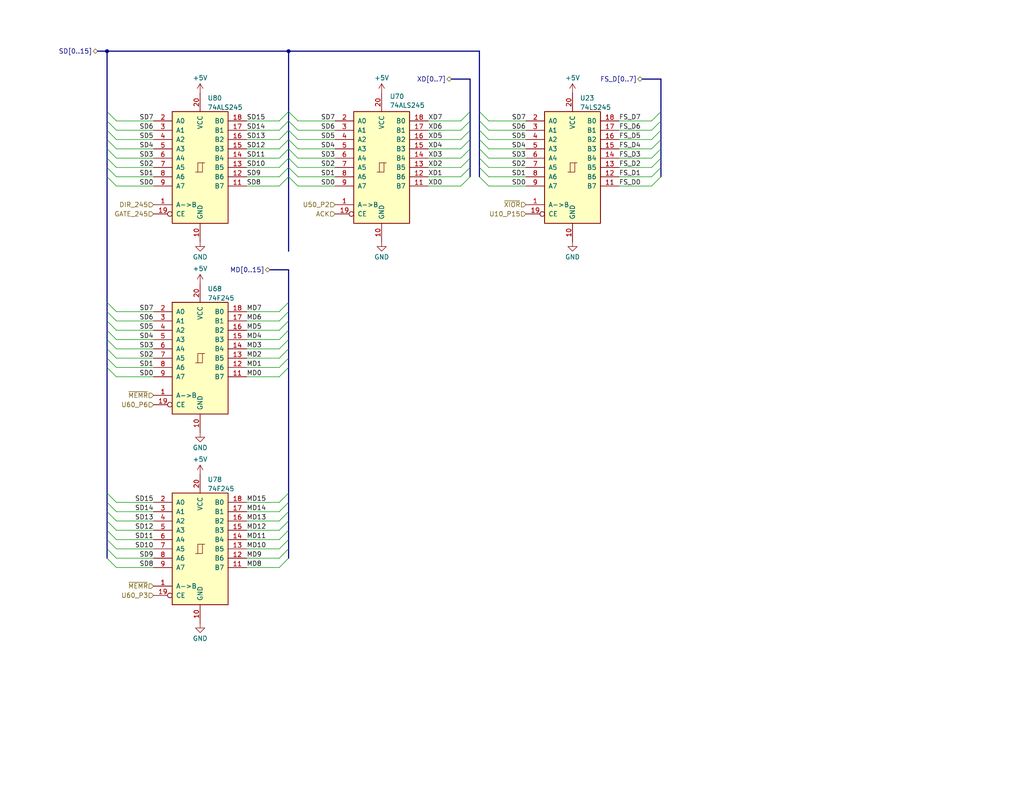
<source format=kicad_sch>
(kicad_sch (version 20230121) (generator eeschema)
  (paper "USLetter")
  (lib_symbols
    (symbol "74xx:74LS245" (pin_names (offset 1.016))
      (property "Reference" "U" (at -7.62 16.51 0))
      (property "Value" "74LS245" (at -7.62 -16.51 0))
      (symbol "74LS245_1_0"
        (polyline (pts (xy -0.635 -1.27) (xy -0.635 1.27) (xy 0.635 1.27)))
        (polyline (pts (xy -1.27 -1.27) (xy 0.635 -1.27) (xy 0.635 1.27) (xy 1.27 1.27)))
        (pin input line (at -12.7 -10.16 0) (length 5.08) (name "A->B") (number "1"))
        (pin power_in line (at 0 -20.32 90) (length 5.08) (name "GND") (number "10"))
        (pin tri_state line (at 12.7 -5.08 180) (length 5.08) (name "B7") (number "11"))
        (pin tri_state line (at 12.7 -2.54 180) (length 5.08) (name "B6") (number "12"))
        (pin tri_state line (at 12.7 0 180) (length 5.08) (name "B5") (number "13"))
        (pin tri_state line (at 12.7 2.54 180) (length 5.08) (name "B4") (number "14"))
        (pin tri_state line (at 12.7 5.08 180) (length 5.08) (name "B3") (number "15"))
        (pin tri_state line (at 12.7 7.62 180) (length 5.08) (name "B2") (number "16"))
        (pin tri_state line (at 12.7 10.16 180) (length 5.08) (name "B1") (number "17"))
        (pin tri_state line (at 12.7 12.7 180) (length 5.08) (name "B0") (number "18"))
        (pin input inverted (at -12.7 -12.7 0) (length 5.08) (name "CE") (number "19"))
        (pin tri_state line (at -12.7 12.7 0) (length 5.08) (name "A0") (number "2"))
        (pin power_in line (at 0 20.32 270) (length 5.08) (name "VCC") (number "20"))
        (pin tri_state line (at -12.7 10.16 0) (length 5.08) (name "A1") (number "3"))
        (pin tri_state line (at -12.7 7.62 0) (length 5.08) (name "A2") (number "4"))
        (pin tri_state line (at -12.7 5.08 0) (length 5.08) (name "A3") (number "5"))
        (pin tri_state line (at -12.7 2.54 0) (length 5.08) (name "A4") (number "6"))
        (pin tri_state line (at -12.7 0 0) (length 5.08) (name "A5") (number "7"))
        (pin tri_state line (at -12.7 -2.54 0) (length 5.08) (name "A6") (number "8"))
        (pin tri_state line (at -12.7 -5.08 0) (length 5.08) (name "A7") (number "9"))
      )
      (symbol "74LS245_1_1"
        (rectangle (start -7.62 15.24) (end 7.62 -15.24) (stroke (width 0.254)) (fill (type background)))
      )
    )
    (symbol "power:+5V" (power) (pin_names (offset 0))
      (property "Value" "+5V" (at 0 3.556 0))
      (symbol "+5V_0_1"
        (polyline (pts (xy -0.762 1.27) (xy 0 2.54)))
        (polyline (pts (xy 0 0) (xy 0 2.54)))
        (polyline (pts (xy 0 2.54) (xy 0.762 1.27)))
      )
      (symbol "+5V_1_1"
        (pin power_in line (at 0 0 90) (length 0) hide (name "+5V") (number "1"))
      )
    )
    (symbol "power:GND" (power) (pin_names (offset 0))
      (property "Value" "GND" (at 0 -3.81 0))
      (symbol "GND_0_1"
        (polyline (pts (xy 0 0) (xy 0 -1.27) (xy 1.27 -1.27) (xy 0 -2.54) (xy -1.27 -1.27) (xy 0 -1.27)))
      )
      (symbol "GND_1_1"
        (pin power_in line (at 0 0 270) (length 0) hide (name "GND") (number "1"))
      )
    )
  )
  (junction (at 29.21 13.97))
  (junction (at 78.74 13.97))
  (bus_entry (at 29.21 38.1) (size 2.54 2.54))
  (bus_entry (at 128.27 45.72) (size -2.54 2.54))
  (bus_entry (at 78.74 33.02) (size 2.54 2.54))
  (bus_entry (at 29.21 147.32) (size 2.54 2.54))
  (bus_entry (at 128.27 30.48) (size -2.54 2.54))
  (bus_entry (at 78.74 139.7) (size -2.54 2.54))
  (bus_entry (at 128.27 48.26) (size -2.54 2.54))
  (bus_entry (at 29.21 30.48) (size 2.54 2.54))
  (bus_entry (at 78.74 38.1) (size 2.54 2.54))
  (bus_entry (at 180.34 40.64) (size -2.54 2.54))
  (bus_entry (at 78.74 45.72) (size 2.54 2.54))
  (bus_entry (at 78.74 147.32) (size -2.54 2.54))
  (bus_entry (at 29.21 82.55) (size 2.54 2.54))
  (bus_entry (at 29.21 87.63) (size 2.54 2.54))
  (bus_entry (at 29.21 152.4) (size 2.54 2.54))
  (bus_entry (at 78.74 35.56) (size 2.54 2.54))
  (bus_entry (at 29.21 45.72) (size 2.54 2.54))
  (bus_entry (at 29.21 48.26) (size 2.54 2.54))
  (bus_entry (at 78.74 152.4) (size -2.54 2.54))
  (bus_entry (at 130.81 35.56) (size 2.54 2.54))
  (bus_entry (at 130.81 48.26) (size 2.54 2.54))
  (bus_entry (at 78.74 134.62) (size -2.54 2.54))
  (bus_entry (at 78.74 40.64) (size -2.54 2.54))
  (bus_entry (at 128.27 33.02) (size -2.54 2.54))
  (bus_entry (at 29.21 137.16) (size 2.54 2.54))
  (bus_entry (at 78.74 48.26) (size -2.54 2.54))
  (bus_entry (at 78.74 35.56) (size -2.54 2.54))
  (bus_entry (at 78.74 43.18) (size -2.54 2.54))
  (bus_entry (at 180.34 45.72) (size -2.54 2.54))
  (bus_entry (at 180.34 33.02) (size -2.54 2.54))
  (bus_entry (at 29.21 95.25) (size 2.54 2.54))
  (bus_entry (at 29.21 144.78) (size 2.54 2.54))
  (bus_entry (at 128.27 35.56) (size -2.54 2.54))
  (bus_entry (at 78.74 144.78) (size -2.54 2.54))
  (bus_entry (at 128.27 40.64) (size -2.54 2.54))
  (bus_entry (at 130.81 45.72) (size 2.54 2.54))
  (bus_entry (at 78.74 92.71) (size -2.54 2.54))
  (bus_entry (at 78.74 85.09) (size -2.54 2.54))
  (bus_entry (at 78.74 149.86) (size -2.54 2.54))
  (bus_entry (at 29.21 43.18) (size 2.54 2.54))
  (bus_entry (at 180.34 35.56) (size -2.54 2.54))
  (bus_entry (at 29.21 149.86) (size 2.54 2.54))
  (bus_entry (at 29.21 40.64) (size 2.54 2.54))
  (bus_entry (at 130.81 43.18) (size 2.54 2.54))
  (bus_entry (at 78.74 90.17) (size -2.54 2.54))
  (bus_entry (at 78.74 45.72) (size -2.54 2.54))
  (bus_entry (at 29.21 92.71) (size 2.54 2.54))
  (bus_entry (at 78.74 48.26) (size 2.54 2.54))
  (bus_entry (at 29.21 35.56) (size 2.54 2.54))
  (bus_entry (at 29.21 33.02) (size 2.54 2.54))
  (bus_entry (at 29.21 97.79) (size 2.54 2.54))
  (bus_entry (at 180.34 30.48) (size -2.54 2.54))
  (bus_entry (at 29.21 139.7) (size 2.54 2.54))
  (bus_entry (at 180.34 38.1) (size -2.54 2.54))
  (bus_entry (at 29.21 100.33) (size 2.54 2.54))
  (bus_entry (at 78.74 100.33) (size -2.54 2.54))
  (bus_entry (at 78.74 95.25) (size -2.54 2.54))
  (bus_entry (at 78.74 82.55) (size -2.54 2.54))
  (bus_entry (at 78.74 87.63) (size -2.54 2.54))
  (bus_entry (at 180.34 43.18) (size -2.54 2.54))
  (bus_entry (at 130.81 33.02) (size 2.54 2.54))
  (bus_entry (at 29.21 134.62) (size 2.54 2.54))
  (bus_entry (at 180.34 48.26) (size -2.54 2.54))
  (bus_entry (at 130.81 30.48) (size 2.54 2.54))
  (bus_entry (at 29.21 90.17) (size 2.54 2.54))
  (bus_entry (at 78.74 137.16) (size -2.54 2.54))
  (bus_entry (at 78.74 30.48) (size -2.54 2.54))
  (bus_entry (at 78.74 43.18) (size 2.54 2.54))
  (bus_entry (at 78.74 142.24) (size -2.54 2.54))
  (bus_entry (at 78.74 38.1) (size -2.54 2.54))
  (bus_entry (at 78.74 30.48) (size 2.54 2.54))
  (bus_entry (at 78.74 97.79) (size -2.54 2.54))
  (bus_entry (at 78.74 40.64) (size 2.54 2.54))
  (bus_entry (at 29.21 142.24) (size 2.54 2.54))
  (bus_entry (at 29.21 85.09) (size 2.54 2.54))
  (bus_entry (at 128.27 43.18) (size -2.54 2.54))
  (bus_entry (at 130.81 38.1) (size 2.54 2.54))
  (bus_entry (at 78.74 33.02) (size -2.54 2.54))
  (bus_entry (at 128.27 38.1) (size -2.54 2.54))
  (bus_entry (at 130.81 40.64) (size 2.54 2.54))
  (bus (pts (xy 128.27 33.02) (xy 128.27 35.56)))
  (wire (pts (xy 116.84 45.72) (xy 125.73 45.72)))
  (bus (pts (xy 78.74 40.64) (xy 78.74 43.18)))
  (wire (pts (xy 31.75 33.02) (xy 41.91 33.02)))
  (bus (pts (xy 78.74 137.16) (xy 78.74 139.7)))
  (bus (pts (xy 180.34 43.18) (xy 180.34 45.72)))
  (bus (pts (xy 78.74 73.66) (xy 78.74 82.55)))
  (wire (pts (xy 168.91 50.8) (xy 177.8 50.8)))
  (bus (pts (xy 128.27 21.59) (xy 128.27 30.48)))
  (wire (pts (xy 116.84 35.56) (xy 125.73 35.56)))
  (wire (pts (xy 168.91 40.64) (xy 177.8 40.64)))
  (bus (pts (xy 130.81 13.97) (xy 130.81 30.48)))
  (wire (pts (xy 67.31 38.1) (xy 76.2 38.1)))
  (bus (pts (xy 29.21 40.64) (xy 29.21 43.18)))
  (bus (pts (xy 180.34 30.48) (xy 180.34 33.02)))
  (wire (pts (xy 67.31 102.87) (xy 76.2 102.87)))
  (bus (pts (xy 29.21 85.09) (xy 29.21 87.63)))
  (bus (pts (xy 29.21 35.56) (xy 29.21 38.1)))
  (wire (pts (xy 31.75 149.86) (xy 41.91 149.86)))
  (bus (pts (xy 29.21 97.79) (xy 29.21 100.33)))
  (bus (pts (xy 78.74 100.33) (xy 78.74 134.62)))
  (wire (pts (xy 31.75 35.56) (xy 41.91 35.56)))
  (wire (pts (xy 67.31 95.25) (xy 76.2 95.25)))
  (bus (pts (xy 128.27 43.18) (xy 128.27 45.72)))
  (wire (pts (xy 67.31 100.33) (xy 76.2 100.33)))
  (wire (pts (xy 67.31 97.79) (xy 76.2 97.79)))
  (wire (pts (xy 168.91 48.26) (xy 177.8 48.26)))
  (wire (pts (xy 31.75 87.63) (xy 41.91 87.63)))
  (bus (pts (xy 180.34 38.1) (xy 180.34 40.64)))
  (bus (pts (xy 78.74 97.79) (xy 78.74 100.33)))
  (wire (pts (xy 116.84 43.18) (xy 125.73 43.18)))
  (bus (pts (xy 78.74 87.63) (xy 78.74 90.17)))
  (wire (pts (xy 116.84 50.8) (xy 125.73 50.8)))
  (wire (pts (xy 133.35 43.18) (xy 143.51 43.18)))
  (bus (pts (xy 29.21 92.71) (xy 29.21 95.25)))
  (wire (pts (xy 168.91 43.18) (xy 177.8 43.18)))
  (wire (pts (xy 67.31 137.16) (xy 76.2 137.16)))
  (wire (pts (xy 67.31 90.17) (xy 76.2 90.17)))
  (wire (pts (xy 67.31 154.94) (xy 76.2 154.94)))
  (bus (pts (xy 29.21 82.55) (xy 29.21 85.09)))
  (wire (pts (xy 31.75 95.25) (xy 41.91 95.25)))
  (wire (pts (xy 67.31 48.26) (xy 76.2 48.26)))
  (wire (pts (xy 133.35 35.56) (xy 143.51 35.56)))
  (bus (pts (xy 78.74 149.86) (xy 78.74 152.4)))
  (wire (pts (xy 81.28 43.18) (xy 91.44 43.18)))
  (wire (pts (xy 31.75 48.26) (xy 41.91 48.26)))
  (wire (pts (xy 31.75 147.32) (xy 41.91 147.32)))
  (bus (pts (xy 29.21 137.16) (xy 29.21 139.7)))
  (bus (pts (xy 128.27 40.64) (xy 128.27 43.18)))
  (bus (pts (xy 128.27 38.1) (xy 128.27 40.64)))
  (bus (pts (xy 29.21 90.17) (xy 29.21 92.71)))
  (bus (pts (xy 78.74 85.09) (xy 78.74 87.63)))
  (wire (pts (xy 31.75 92.71) (xy 41.91 92.71)))
  (bus (pts (xy 130.81 40.64) (xy 130.81 43.18)))
  (bus (pts (xy 130.81 33.02) (xy 130.81 35.56)))
  (bus (pts (xy 26.67 13.97) (xy 29.21 13.97)))
  (wire (pts (xy 81.28 48.26) (xy 91.44 48.26)))
  (bus (pts (xy 29.21 30.48) (xy 29.21 33.02)))
  (wire (pts (xy 31.75 100.33) (xy 41.91 100.33)))
  (bus (pts (xy 128.27 35.56) (xy 128.27 38.1)))
  (wire (pts (xy 31.75 139.7) (xy 41.91 139.7)))
  (bus (pts (xy 180.34 21.59) (xy 180.34 30.48)))
  (bus (pts (xy 29.21 147.32) (xy 29.21 149.86)))
  (bus (pts (xy 29.21 13.97) (xy 78.74 13.97)))
  (wire (pts (xy 67.31 147.32) (xy 76.2 147.32)))
  (bus (pts (xy 78.74 82.55) (xy 78.74 85.09)))
  (wire (pts (xy 168.91 45.72) (xy 177.8 45.72)))
  (bus (pts (xy 73.66 73.66) (xy 78.74 73.66)))
  (bus (pts (xy 78.74 13.97) (xy 78.74 30.48)))
  (bus (pts (xy 29.21 139.7) (xy 29.21 142.24)))
  (wire (pts (xy 67.31 142.24) (xy 76.2 142.24)))
  (bus (pts (xy 78.74 45.72) (xy 78.74 48.26)))
  (bus (pts (xy 123.19 21.59) (xy 128.27 21.59)))
  (wire (pts (xy 81.28 45.72) (xy 91.44 45.72)))
  (wire (pts (xy 133.35 33.02) (xy 143.51 33.02)))
  (wire (pts (xy 67.31 45.72) (xy 76.2 45.72)))
  (bus (pts (xy 180.34 45.72) (xy 180.34 48.26)))
  (wire (pts (xy 31.75 90.17) (xy 41.91 90.17)))
  (bus (pts (xy 78.74 43.18) (xy 78.74 45.72)))
  (bus (pts (xy 130.81 38.1) (xy 130.81 40.64)))
  (wire (pts (xy 116.84 38.1) (xy 125.73 38.1)))
  (wire (pts (xy 67.31 50.8) (xy 76.2 50.8)))
  (bus (pts (xy 78.74 139.7) (xy 78.74 142.24)))
  (wire (pts (xy 31.75 152.4) (xy 41.91 152.4)))
  (wire (pts (xy 133.35 45.72) (xy 143.51 45.72)))
  (bus (pts (xy 128.27 45.72) (xy 128.27 48.26)))
  (bus (pts (xy 180.34 40.64) (xy 180.34 43.18)))
  (wire (pts (xy 133.35 40.64) (xy 143.51 40.64)))
  (wire (pts (xy 67.31 144.78) (xy 76.2 144.78)))
  (bus (pts (xy 130.81 30.48) (xy 130.81 33.02)))
  (bus (pts (xy 29.21 144.78) (xy 29.21 147.32)))
  (wire (pts (xy 168.91 33.02) (xy 177.8 33.02)))
  (bus (pts (xy 29.21 149.86) (xy 29.21 152.4)))
  (bus (pts (xy 130.81 35.56) (xy 130.81 38.1)))
  (wire (pts (xy 67.31 33.02) (xy 76.2 33.02)))
  (wire (pts (xy 31.75 144.78) (xy 41.91 144.78)))
  (wire (pts (xy 168.91 35.56) (xy 177.8 35.56)))
  (wire (pts (xy 67.31 85.09) (xy 76.2 85.09)))
  (wire (pts (xy 31.75 50.8) (xy 41.91 50.8)))
  (wire (pts (xy 31.75 154.94) (xy 41.91 154.94)))
  (bus (pts (xy 78.74 33.02) (xy 78.74 35.56)))
  (bus (pts (xy 78.74 30.48) (xy 78.74 33.02)))
  (wire (pts (xy 67.31 92.71) (xy 76.2 92.71)))
  (wire (pts (xy 31.75 38.1) (xy 41.91 38.1)))
  (wire (pts (xy 67.31 152.4) (xy 76.2 152.4)))
  (wire (pts (xy 67.31 43.18) (xy 76.2 43.18)))
  (wire (pts (xy 31.75 85.09) (xy 41.91 85.09)))
  (wire (pts (xy 31.75 102.87) (xy 41.91 102.87)))
  (wire (pts (xy 133.35 38.1) (xy 143.51 38.1)))
  (wire (pts (xy 67.31 35.56) (xy 76.2 35.56)))
  (wire (pts (xy 31.75 137.16) (xy 41.91 137.16)))
  (wire (pts (xy 67.31 149.86) (xy 76.2 149.86)))
  (bus (pts (xy 78.74 95.25) (xy 78.74 97.79)))
  (wire (pts (xy 67.31 87.63) (xy 76.2 87.63)))
  (wire (pts (xy 133.35 48.26) (xy 143.51 48.26)))
  (wire (pts (xy 31.75 43.18) (xy 41.91 43.18)))
  (bus (pts (xy 29.21 13.97) (xy 29.21 30.48)))
  (bus (pts (xy 180.34 35.56) (xy 180.34 38.1)))
  (bus (pts (xy 78.74 144.78) (xy 78.74 147.32)))
  (wire (pts (xy 81.28 40.64) (xy 91.44 40.64)))
  (bus (pts (xy 78.74 48.26) (xy 78.74 68.58)))
  (bus (pts (xy 130.81 13.97) (xy 78.74 13.97)))
  (bus (pts (xy 29.21 48.26) (xy 29.21 82.55)))
  (bus (pts (xy 78.74 38.1) (xy 78.74 40.64)))
  (wire (pts (xy 31.75 45.72) (xy 41.91 45.72)))
  (bus (pts (xy 130.81 45.72) (xy 130.81 48.26)))
  (bus (pts (xy 29.21 142.24) (xy 29.21 144.78)))
  (bus (pts (xy 78.74 142.24) (xy 78.74 144.78)))
  (bus (pts (xy 78.74 90.17) (xy 78.74 92.71)))
  (wire (pts (xy 67.31 40.64) (xy 76.2 40.64)))
  (wire (pts (xy 81.28 50.8) (xy 91.44 50.8)))
  (wire (pts (xy 168.91 38.1) (xy 177.8 38.1)))
  (bus (pts (xy 78.74 147.32) (xy 78.74 149.86)))
  (bus (pts (xy 78.74 134.62) (xy 78.74 137.16)))
  (wire (pts (xy 116.84 48.26) (xy 125.73 48.26)))
  (bus (pts (xy 29.21 100.33) (xy 29.21 134.62)))
  (bus (pts (xy 29.21 87.63) (xy 29.21 90.17)))
  (bus (pts (xy 29.21 134.62) (xy 29.21 137.16)))
  (bus (pts (xy 78.74 35.56) (xy 78.74 38.1)))
  (wire (pts (xy 31.75 40.64) (xy 41.91 40.64)))
  (wire (pts (xy 81.28 35.56) (xy 91.44 35.56)))
  (bus (pts (xy 180.34 33.02) (xy 180.34 35.56)))
  (wire (pts (xy 31.75 97.79) (xy 41.91 97.79)))
  (bus (pts (xy 130.81 43.18) (xy 130.81 45.72)))
  (wire (pts (xy 67.31 139.7) (xy 76.2 139.7)))
  (bus (pts (xy 29.21 33.02) (xy 29.21 35.56)))
  (bus (pts (xy 78.74 92.71) (xy 78.74 95.25)))
  (wire (pts (xy 31.75 142.24) (xy 41.91 142.24)))
  (wire (pts (xy 81.28 33.02) (xy 91.44 33.02)))
  (wire (pts (xy 116.84 33.02) (xy 125.73 33.02)))
  (bus (pts (xy 128.27 30.48) (xy 128.27 33.02)))
  (bus (pts (xy 29.21 43.18) (xy 29.21 45.72)))
  (bus (pts (xy 175.26 21.59) (xy 180.34 21.59)))
  (wire (pts (xy 81.28 38.1) (xy 91.44 38.1)))
  (bus (pts (xy 29.21 95.25) (xy 29.21 97.79)))
  (wire (pts (xy 116.84 40.64) (xy 125.73 40.64)))
  (bus (pts (xy 29.21 38.1) (xy 29.21 40.64)))
  (bus (pts (xy 29.21 45.72) (xy 29.21 48.26)))
  (wire (pts (xy 133.35 50.8) (xy 143.51 50.8)))
  (label "SD10" (at 67.31 45.72 0))
  (label "FS_D7" (at 168.91 33.02 0))
  (label "MD10" (at 67.31 149.86 0))
  (label "SD1" (at 143.51 48.26 180))
  (label "SD12" (at 41.91 144.78 180))
  (label "MD3" (at 67.31 95.25 0))
  (label "SD0" (at 91.44 50.8 180))
  (label "SD13" (at 41.91 142.24 180))
  (label "SD6" (at 41.91 87.63 180))
  (label "XD7" (at 116.84 33.02 0))
  (label "SD5" (at 41.91 38.1 180))
  (label "XD4" (at 116.84 40.64 0))
  (label "XD2" (at 116.84 45.72 0))
  (label "SD11" (at 67.31 43.18 0))
  (label "SD15" (at 67.31 33.02 0))
  (label "SD0" (at 143.51 50.8 180))
  (label "SD1" (at 91.44 48.26 180))
  (label "SD14" (at 67.31 35.56 0))
  (label "SD4" (at 143.51 40.64 180))
  (label "SD4" (at 91.44 40.64 180))
  (label "SD8" (at 41.91 154.94 180))
  (label "FS_D4" (at 168.91 40.64 0))
  (label "SD4" (at 41.91 92.71 180))
  (label "MD12" (at 67.31 144.78 0))
  (label "XD1" (at 116.84 48.26 0))
  (label "SD11" (at 41.91 147.32 180))
  (label "SD15" (at 41.91 137.16 180))
  (label "SD10" (at 41.91 149.86 180))
  (label "SD1" (at 41.91 48.26 180))
  (label "SD1" (at 41.91 100.33 180))
  (label "SD9" (at 41.91 152.4 180))
  (label "SD8" (at 67.31 50.8 0))
  (label "MD2" (at 67.31 97.79 0))
  (label "FS_D6" (at 168.91 35.56 0))
  (label "SD13" (at 67.31 38.1 0))
  (label "MD13" (at 67.31 142.24 0))
  (label "FS_D2" (at 168.91 45.72 0))
  (label "FS_D0" (at 168.91 50.8 0))
  (label "SD7" (at 91.44 33.02 180))
  (label "SD12" (at 67.31 40.64 0))
  (label "SD2" (at 41.91 45.72 180))
  (label "MD0" (at 67.31 102.87 0))
  (label "SD14" (at 41.91 139.7 180))
  (label "MD7" (at 67.31 85.09 0))
  (label "SD3" (at 41.91 43.18 180))
  (label "MD15" (at 67.31 137.16 0))
  (label "MD1" (at 67.31 100.33 0))
  (label "XD5" (at 116.84 38.1 0))
  (label "SD5" (at 91.44 38.1 180))
  (label "FS_D1" (at 168.91 48.26 0))
  (label "SD3" (at 91.44 43.18 180))
  (label "MD9" (at 67.31 152.4 0))
  (label "SD6" (at 91.44 35.56 180))
  (label "FS_D5" (at 168.91 38.1 0))
  (label "SD9" (at 67.31 48.26 0))
  (label "SD0" (at 41.91 102.87 180))
  (label "SD0" (at 41.91 50.8 180))
  (label "SD6" (at 143.51 35.56 180))
  (label "SD3" (at 143.51 43.18 180))
  (label "SD5" (at 143.51 38.1 180))
  (label "MD14" (at 67.31 139.7 0))
  (label "SD7" (at 41.91 85.09 180))
  (label "XD6" (at 116.84 35.56 0))
  (label "MD6" (at 67.31 87.63 0))
  (label "SD5" (at 41.91 90.17 180))
  (label "MD4" (at 67.31 92.71 0))
  (label "SD2" (at 143.51 45.72 180))
  (label "SD2" (at 41.91 97.79 180))
  (label "SD4" (at 41.91 40.64 180))
  (label "MD11" (at 67.31 147.32 0))
  (label "SD2" (at 91.44 45.72 180))
  (label "XD0" (at 116.84 50.8 0))
  (label "MD5" (at 67.31 90.17 0))
  (label "SD6" (at 41.91 35.56 180))
  (label "XD3" (at 116.84 43.18 0))
  (label "MD8" (at 67.31 154.94 0))
  (label "SD7" (at 143.51 33.02 180))
  (label "SD3" (at 41.91 95.25 180))
  (label "FS_D3" (at 168.91 43.18 0))
  (label "SD7" (at 41.91 33.02 180))
  (hierarchical_label "DIR_245" (shape input) (at 41.91 55.88 180))
  (hierarchical_label "~{XIOR}" (shape input) (at 143.51 55.88 180))
  (hierarchical_label "U60_P6" (shape input) (at 41.91 110.49 180))
  (hierarchical_label "SD[0..15]" (shape bidirectional) (at 26.67 13.97 180))
  (hierarchical_label "MD[0..15]" (shape bidirectional) (at 73.66 73.66 180))
  (hierarchical_label "U60_P3" (shape input) (at 41.91 162.56 180))
  (hierarchical_label "~{MEMR}" (shape input) (at 41.91 107.95 180))
  (hierarchical_label "FS_D[0..7]" (shape bidirectional) (at 175.26 21.59 180))
  (hierarchical_label "U50_P2" (shape input) (at 91.44 55.88 180))
  (hierarchical_label "ACK" (shape input) (at 91.44 58.42 180))
  (hierarchical_label "U10_P15" (shape input) (at 143.51 58.42 180))
  (hierarchical_label "GATE_245" (shape input) (at 41.91 58.42 180))
  (hierarchical_label "~{MEMR}" (shape input) (at 41.91 160.02 180))
  (hierarchical_label "XD[0..7]" (shape bidirectional) (at 123.19 21.59 180))
  (symbol (lib_id "power:GND") (at 54.61 118.11 0) (unit 1)
    (property "Reference" "#PWR0251" (effects hide))
    (property "Value" "GND" (at 54.61 122.2431 0))
  )
  (symbol (lib_id "power:+5V") (at 54.61 25.4 0) (mirror y) (unit 1)
    (property "Reference" "#PWR0507" (effects hide))
    (property "Value" "+5V" (at 54.61 21.2669 0))
  )
  (symbol (lib_id "74xx:74LS245") (at 54.61 149.86 0) (unit 1)
    (property "Reference" "U78" (at 56.6294 130.9202 0) (effects (justify left)))
    (property "Value" "74F245" (at 56.6294 133.4571 0) (effects (justify left)))
    (property "Footprint" "Package_DIP:DIP-20_W7.62mm" (effects hide))
    (property "Datasheet" "http://www.ti.com/lit/gpn/sn74LS245" (effects hide))
  )
  (symbol (lib_id "power:GND") (at 54.61 170.18 0) (unit 1)
    (property "Reference" "#PWR0197" (effects hide))
    (property "Value" "GND" (at 54.61 174.3131 0))
  )
  (symbol (lib_id "74xx:74LS245") (at 156.21 45.72 0) (unit 1)
    (property "Reference" "U23" (at 158.2294 26.7802 0) (effects (justify left)))
    (property "Value" "74LS245" (at 158.2294 29.3171 0) (effects (justify left)))
    (property "Footprint" "Package_DIP:DIP-20_W7.62mm" (effects hide))
    (property "Datasheet" "http://www.ti.com/lit/gpn/sn74LS245" (effects hide))
  )
  (symbol (lib_id "74xx:74LS245") (at 104.14 45.72 0) (unit 1)
    (property "Reference" "U70" (at 106.3341 26.3357 0) (effects (justify left)))
    (property "Value" "74ALS245" (at 106.3341 28.7599 0) (effects (justify left)))
    (property "Footprint" "Package_DIP:DIP-20_W7.62mm" (effects hide))
    (property "Datasheet" "http://www.ti.com/lit/gpn/sn74LS245" (effects hide))
  )
  (symbol (lib_id "power:GND") (at 104.14 66.04 0) (unit 1)
    (property "Reference" "#PWR0255" (effects hide))
    (property "Value" "GND" (at 104.14 70.1731 0))
  )
  (symbol (lib_id "74xx:74LS245") (at 54.61 97.79 0) (unit 1)
    (property "Reference" "U68" (at 56.6294 78.8502 0) (effects (justify left)))
    (property "Value" "74F245" (at 56.6294 81.3871 0) (effects (justify left)))
    (property "Footprint" "Package_DIP:DIP-20_W7.62mm" (effects hide))
    (property "Datasheet" "http://www.ti.com/lit/gpn/sn74LS245" (effects hide))
  )
  (symbol (lib_id "power:GND") (at 54.61 66.04 0) (unit 1)
    (property "Reference" "#PWR0508" (effects hide))
    (property "Value" "GND" (at 54.61 70.1731 0))
  )
  (symbol (lib_id "power:GND") (at 156.21 66.04 0) (unit 1)
    (property "Reference" "#PWR0110" (effects hide))
    (property "Value" "GND" (at 156.21 70.1731 0))
  )
  (symbol (lib_id "power:+5V") (at 156.21 25.4 0) (unit 1)
    (property "Reference" "#PWR078" (effects hide))
    (property "Value" "+5V" (at 156.21 21.2669 0))
  )
  (symbol (lib_id "power:+5V") (at 104.14 25.4 0) (unit 1)
    (property "Reference" "#PWR0252" (effects hide))
    (property "Value" "+5V" (at 104.14 21.2669 0))
  )
  (symbol (lib_id "74xx:74LS245") (at 54.61 45.72 0) (unit 1)
    (property "Reference" "U80" (at 56.6294 26.7802 0) (effects (justify left)))
    (property "Value" "74ALS245" (at 56.6294 29.3171 0) (effects (justify left)))
    (property "Footprint" "Package_DIP:DIP-20_W7.62mm" (effects hide))
    (property "Datasheet" "http://www.ti.com/lit/gpn/sn74LS245" (effects hide))
  )
  (symbol (lib_id "power:+5V") (at 54.61 77.47 0) (unit 1)
    (property "Reference" "#PWR0250" (effects hide))
    (property "Value" "+5V" (at 54.61 73.3369 0))
  )
  (symbol (lib_id "power:+5V") (at 54.61 129.54 0) (unit 1)
    (property "Reference" "#PWR0196" (effects hide))
    (property "Value" "+5V" (at 54.61 125.4069 0))
  )
)
</source>
